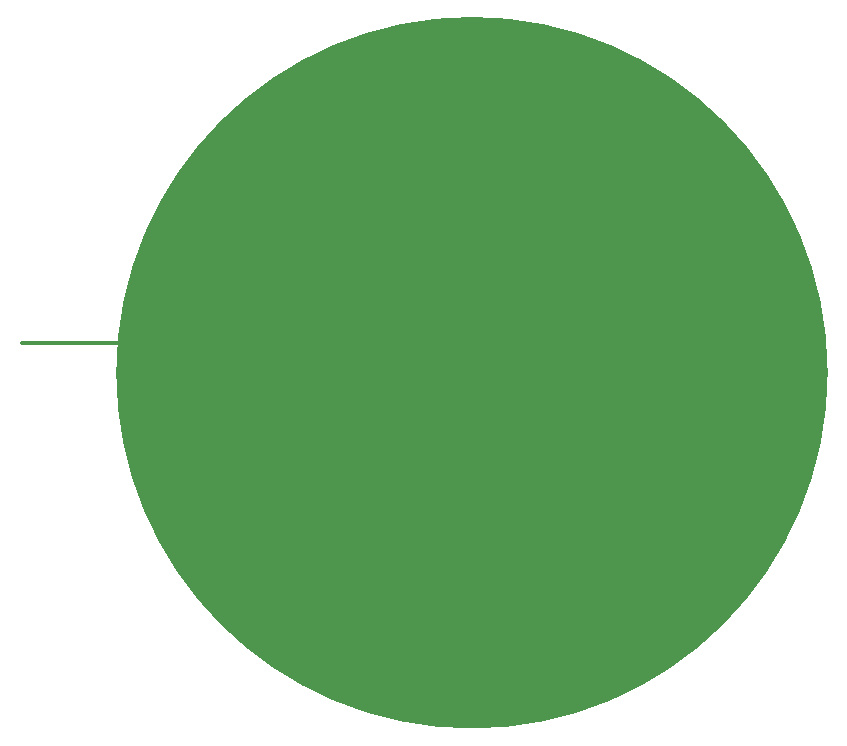
<source format=gbr>
%TF.GenerationSoftware,KiCad,Pcbnew,(7.0.0)*%
%TF.CreationDate,2023-02-17T15:10:25-06:00*%
%TF.ProjectId,GEM,47454d2e-6b69-4636-9164-5f7063625858,rev?*%
%TF.SameCoordinates,Original*%
%TF.FileFunction,Copper,L2,Bot*%
%TF.FilePolarity,Positive*%
%FSLAX46Y46*%
G04 Gerber Fmt 4.6, Leading zero omitted, Abs format (unit mm)*
G04 Created by KiCad (PCBNEW (7.0.0)) date 2023-02-17 15:10:25*
%MOMM*%
%LPD*%
G01*
G04 APERTURE LIST*
%TA.AperFunction,NonConductor*%
%ADD10C,30.100000*%
%TD*%
%TA.AperFunction,NonConductor*%
%ADD11C,0.300000*%
%TD*%
G04 APERTURE END LIST*
D10*
X142050000Y-101600000D02*
G75*
G03*
X142050000Y-101600000I-15050000J0D01*
G01*
D11*
X88900000Y-99060000D02*
X97000000Y-99060000D01*
M02*

</source>
